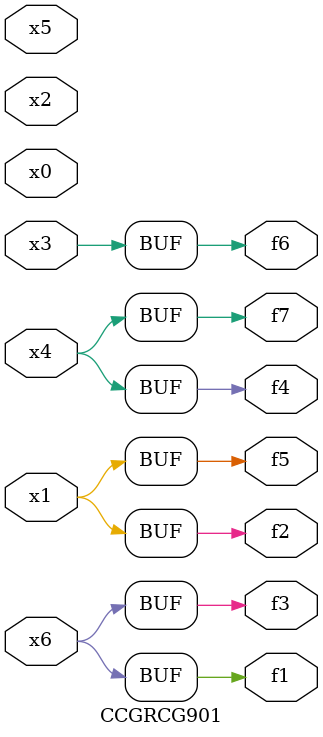
<source format=v>
module CCGRCG901(
	input x0, x1, x2, x3, x4, x5, x6,
	output f1, f2, f3, f4, f5, f6, f7
);
	assign f1 = x6;
	assign f2 = x1;
	assign f3 = x6;
	assign f4 = x4;
	assign f5 = x1;
	assign f6 = x3;
	assign f7 = x4;
endmodule

</source>
